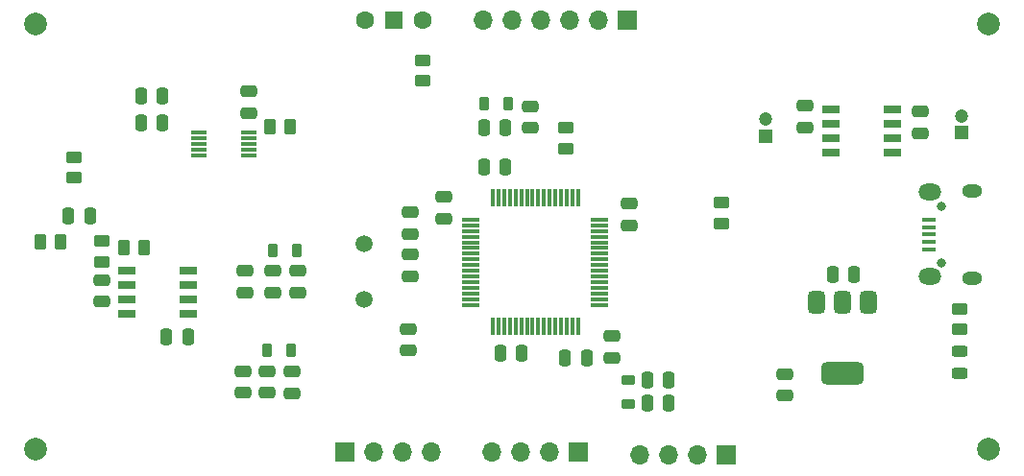
<source format=gbr>
%TF.GenerationSoftware,KiCad,Pcbnew,8.0.0*%
%TF.CreationDate,2024-09-22T18:34:52+02:00*%
%TF.ProjectId,imp_measure,696d705f-6d65-4617-9375-72652e6b6963,rev?*%
%TF.SameCoordinates,Original*%
%TF.FileFunction,Soldermask,Top*%
%TF.FilePolarity,Negative*%
%FSLAX46Y46*%
G04 Gerber Fmt 4.6, Leading zero omitted, Abs format (unit mm)*
G04 Created by KiCad (PCBNEW 8.0.0) date 2024-09-22 18:34:52*
%MOMM*%
%LPD*%
G01*
G04 APERTURE LIST*
G04 Aperture macros list*
%AMRoundRect*
0 Rectangle with rounded corners*
0 $1 Rounding radius*
0 $2 $3 $4 $5 $6 $7 $8 $9 X,Y pos of 4 corners*
0 Add a 4 corners polygon primitive as box body*
4,1,4,$2,$3,$4,$5,$6,$7,$8,$9,$2,$3,0*
0 Add four circle primitives for the rounded corners*
1,1,$1+$1,$2,$3*
1,1,$1+$1,$4,$5*
1,1,$1+$1,$6,$7*
1,1,$1+$1,$8,$9*
0 Add four rect primitives between the rounded corners*
20,1,$1+$1,$2,$3,$4,$5,0*
20,1,$1+$1,$4,$5,$6,$7,0*
20,1,$1+$1,$6,$7,$8,$9,0*
20,1,$1+$1,$8,$9,$2,$3,0*%
G04 Aperture macros list end*
%ADD10RoundRect,0.250000X-0.262500X-0.450000X0.262500X-0.450000X0.262500X0.450000X-0.262500X0.450000X0*%
%ADD11RoundRect,0.250000X-0.450000X0.262500X-0.450000X-0.262500X0.450000X-0.262500X0.450000X0.262500X0*%
%ADD12RoundRect,0.250000X0.262500X0.450000X-0.262500X0.450000X-0.262500X-0.450000X0.262500X-0.450000X0*%
%ADD13RoundRect,0.250000X0.450000X-0.262500X0.450000X0.262500X-0.450000X0.262500X-0.450000X-0.262500X0*%
%ADD14C,1.500000*%
%ADD15R,1.700000X1.700000*%
%ADD16O,1.700000X1.700000*%
%ADD17RoundRect,0.250000X-0.475000X0.250000X-0.475000X-0.250000X0.475000X-0.250000X0.475000X0.250000X0*%
%ADD18O,0.800000X0.800000*%
%ADD19R,1.300000X0.450000*%
%ADD20O,1.800000X1.150000*%
%ADD21O,2.000000X1.450000*%
%ADD22R,1.500000X1.500000*%
%ADD23C,1.600000*%
%ADD24RoundRect,0.250000X-0.250000X-0.475000X0.250000X-0.475000X0.250000X0.475000X-0.250000X0.475000X0*%
%ADD25RoundRect,0.250000X0.250000X0.475000X-0.250000X0.475000X-0.250000X-0.475000X0.250000X-0.475000X0*%
%ADD26R,1.200000X1.200000*%
%ADD27C,1.200000*%
%ADD28RoundRect,0.075000X-0.700000X-0.075000X0.700000X-0.075000X0.700000X0.075000X-0.700000X0.075000X0*%
%ADD29RoundRect,0.075000X-0.075000X-0.700000X0.075000X-0.700000X0.075000X0.700000X-0.075000X0.700000X0*%
%ADD30RoundRect,0.250000X0.475000X-0.250000X0.475000X0.250000X-0.475000X0.250000X-0.475000X-0.250000X0*%
%ADD31C,2.000000*%
%ADD32RoundRect,0.218750X-0.218750X-0.381250X0.218750X-0.381250X0.218750X0.381250X-0.218750X0.381250X0*%
%ADD33RoundRect,0.243750X-0.456250X0.243750X-0.456250X-0.243750X0.456250X-0.243750X0.456250X0.243750X0*%
%ADD34R,1.525000X0.700000*%
%ADD35RoundRect,0.218750X0.381250X-0.218750X0.381250X0.218750X-0.381250X0.218750X-0.381250X-0.218750X0*%
%ADD36RoundRect,0.375000X-0.375000X0.625000X-0.375000X-0.625000X0.375000X-0.625000X0.375000X0.625000X0*%
%ADD37RoundRect,0.500000X-1.400000X0.500000X-1.400000X-0.500000X1.400000X-0.500000X1.400000X0.500000X0*%
%ADD38R,1.400000X0.300000*%
G04 APERTURE END LIST*
D10*
%TO.C,R7*%
X100377500Y-79248000D03*
X102202500Y-79248000D03*
%TD*%
D11*
%TO.C,R5*%
X160400000Y-75787500D03*
X160400000Y-77612500D03*
%TD*%
%TO.C,R2*%
X146685000Y-69191500D03*
X146685000Y-71016500D03*
%TD*%
D12*
%TO.C,R9*%
X122451500Y-69088000D03*
X120626500Y-69088000D03*
%TD*%
D10*
%TO.C,R6*%
X107743500Y-79756000D03*
X109568500Y-79756000D03*
%TD*%
D11*
%TO.C,R3*%
X134100000Y-63200000D03*
X134100000Y-65025000D03*
%TD*%
%TO.C,R8*%
X105862000Y-79167500D03*
X105862000Y-80992500D03*
%TD*%
D13*
%TO.C,R1*%
X181420000Y-86975000D03*
X181420000Y-85150000D03*
%TD*%
D11*
%TO.C,R4*%
X103364000Y-71775000D03*
X103364000Y-73600000D03*
%TD*%
D14*
%TO.C,Y1*%
X128900000Y-79400000D03*
X128900000Y-84280000D03*
%TD*%
D15*
%TO.C,J5*%
X127264000Y-97790000D03*
D16*
X129804000Y-97790000D03*
X132344000Y-97790000D03*
X134884000Y-97790000D03*
%TD*%
D17*
%TO.C,C32*%
X118240000Y-90666500D03*
X118240000Y-92566500D03*
%TD*%
D18*
%TO.C,J2*%
X179820000Y-81100000D03*
X179820000Y-76100000D03*
D19*
X178720000Y-79900000D03*
X178720000Y-79250000D03*
X178720000Y-78600000D03*
X178720000Y-77950000D03*
X178720000Y-77300000D03*
D20*
X182570000Y-82475000D03*
D21*
X178770000Y-82325000D03*
X178770000Y-74875000D03*
D20*
X182570000Y-74725000D03*
%TD*%
D22*
%TO.C,SW1*%
X131560000Y-59700000D03*
D23*
X134100000Y-59700000D03*
X129020000Y-59700000D03*
%TD*%
D17*
%TO.C,C2*%
X166050000Y-90900000D03*
X166050000Y-92800000D03*
%TD*%
D24*
%TO.C,C28*%
X153896857Y-93500000D03*
X155796857Y-93500000D03*
%TD*%
D25*
%TO.C,C11*%
X148544800Y-89447399D03*
X146644800Y-89447399D03*
%TD*%
%TO.C,C9*%
X142850000Y-89100000D03*
X140950000Y-89100000D03*
%TD*%
D17*
%TO.C,C31*%
X120399000Y-90666500D03*
X120399000Y-92566500D03*
%TD*%
D24*
%TO.C,C12*%
X139493400Y-72647399D03*
X141393400Y-72647399D03*
%TD*%
D15*
%TO.C,J4*%
X152100000Y-59700000D03*
D16*
X149560000Y-59700000D03*
X147020000Y-59700000D03*
X144480000Y-59700000D03*
X141940000Y-59700000D03*
X139400000Y-59700000D03*
%TD*%
D26*
%TO.C,C20*%
X181600000Y-69622600D03*
D27*
X181600000Y-68122600D03*
%TD*%
D24*
%TO.C,C6*%
X153896857Y-91437500D03*
X155796857Y-91437500D03*
%TD*%
D28*
%TO.C,U2*%
X138368400Y-77285000D03*
X138368400Y-77785000D03*
X138368400Y-78285000D03*
X138368400Y-78785000D03*
X138368400Y-79285000D03*
X138368400Y-79785000D03*
X138368400Y-80285000D03*
X138368400Y-80785000D03*
X138368400Y-81285000D03*
X138368400Y-81785000D03*
X138368400Y-82285000D03*
X138368400Y-82785000D03*
X138368400Y-83285000D03*
X138368400Y-83785000D03*
X138368400Y-84285000D03*
X138368400Y-84785000D03*
D29*
X140293400Y-86710000D03*
X140793400Y-86710000D03*
X141293400Y-86710000D03*
X141793400Y-86710000D03*
X142293400Y-86710000D03*
X142793400Y-86710000D03*
X143293400Y-86710000D03*
X143793400Y-86710000D03*
X144293400Y-86710000D03*
X144793400Y-86710000D03*
X145293400Y-86710000D03*
X145793400Y-86710000D03*
X146293400Y-86710000D03*
X146793400Y-86710000D03*
X147293400Y-86710000D03*
X147793400Y-86710000D03*
D28*
X149718400Y-84785000D03*
X149718400Y-84285000D03*
X149718400Y-83785000D03*
X149718400Y-83285000D03*
X149718400Y-82785000D03*
X149718400Y-82285000D03*
X149718400Y-81785000D03*
X149718400Y-81285000D03*
X149718400Y-80785000D03*
X149718400Y-80285000D03*
X149718400Y-79785000D03*
X149718400Y-79285000D03*
X149718400Y-78785000D03*
X149718400Y-78285000D03*
X149718400Y-77785000D03*
X149718400Y-77285000D03*
D29*
X147793400Y-75360000D03*
X147293400Y-75360000D03*
X146793400Y-75360000D03*
X146293400Y-75360000D03*
X145793400Y-75360000D03*
X145293400Y-75360000D03*
X144793400Y-75360000D03*
X144293400Y-75360000D03*
X143793400Y-75360000D03*
X143293400Y-75360000D03*
X142793400Y-75360000D03*
X142293400Y-75360000D03*
X141793400Y-75360000D03*
X141293400Y-75360000D03*
X140793400Y-75360000D03*
X140293400Y-75360000D03*
%TD*%
D30*
%TO.C,C7*%
X150749000Y-89469000D03*
X150749000Y-87569000D03*
%TD*%
D24*
%TO.C,C25*%
X111516000Y-87630000D03*
X113416000Y-87630000D03*
%TD*%
D17*
%TO.C,C18*%
X105862000Y-82616000D03*
X105862000Y-84516000D03*
%TD*%
%TO.C,C21*%
X123103000Y-81788000D03*
X123103000Y-83688000D03*
%TD*%
D15*
%TO.C,J3*%
X147808000Y-97790000D03*
D16*
X145268000Y-97790000D03*
X142728000Y-97790000D03*
X140188000Y-97790000D03*
%TD*%
D17*
%TO.C,C22*%
X120904000Y-81793000D03*
X120904000Y-83693000D03*
%TD*%
%TO.C,C23*%
X118404000Y-81793000D03*
X118404000Y-83693000D03*
%TD*%
D25*
%TO.C,C19*%
X104780000Y-76962000D03*
X102880000Y-76962000D03*
%TD*%
D31*
%TO.C,H3*%
X100000000Y-97500000D03*
%TD*%
D32*
%TO.C,FB3*%
X120352500Y-88822500D03*
X122477500Y-88822500D03*
%TD*%
D30*
%TO.C,C16*%
X133000000Y-78550000D03*
X133000000Y-76650000D03*
%TD*%
D33*
%TO.C,D1*%
X181400000Y-88925000D03*
X181400000Y-90800000D03*
%TD*%
D31*
%TO.C,H1*%
X100000000Y-60000000D03*
%TD*%
D34*
%TO.C,IC2*%
X175471000Y-71400000D03*
X175471000Y-70130000D03*
X175471000Y-68860000D03*
X175471000Y-67590000D03*
X170047000Y-67590000D03*
X170047000Y-68860000D03*
X170047000Y-70130000D03*
X170047000Y-71400000D03*
%TD*%
D30*
%TO.C,C26*%
X178000000Y-69650000D03*
X178000000Y-67750000D03*
%TD*%
D35*
%TO.C,FB4*%
X152179857Y-93546500D03*
X152179857Y-91421500D03*
%TD*%
D32*
%TO.C,FB2*%
X120897500Y-80010000D03*
X123022500Y-80010000D03*
%TD*%
D17*
%TO.C,C27*%
X167800000Y-67250000D03*
X167800000Y-69150000D03*
%TD*%
D30*
%TO.C,C10*%
X135994800Y-77197399D03*
X135994800Y-75297399D03*
%TD*%
D36*
%TO.C,U1*%
X173420000Y-84575000D03*
X171120000Y-84575000D03*
D37*
X171120000Y-90875000D03*
D36*
X168820000Y-84575000D03*
%TD*%
D30*
%TO.C,C5*%
X118745000Y-67879000D03*
X118745000Y-65979000D03*
%TD*%
D17*
%TO.C,C15*%
X132842000Y-86934000D03*
X132842000Y-88834000D03*
%TD*%
D24*
%TO.C,C1*%
X170250000Y-82100000D03*
X172150000Y-82100000D03*
%TD*%
D17*
%TO.C,C30*%
X122555000Y-90692000D03*
X122555000Y-92592000D03*
%TD*%
%TO.C,C17*%
X133000000Y-80350000D03*
X133000000Y-82250000D03*
%TD*%
D31*
%TO.C,H4*%
X184000000Y-97500000D03*
%TD*%
%TO.C,H2*%
X184000000Y-60000000D03*
%TD*%
D25*
%TO.C,C4*%
X111200000Y-68707000D03*
X109300000Y-68707000D03*
%TD*%
D15*
%TO.C,J1*%
X160889000Y-98044000D03*
D16*
X158349000Y-98044000D03*
X155809000Y-98044000D03*
X153269000Y-98044000D03*
%TD*%
D38*
%TO.C,IC1*%
X114386000Y-69600000D03*
X114386000Y-70100000D03*
X114386000Y-70600000D03*
X114386000Y-71100000D03*
X114386000Y-71600000D03*
X118786000Y-71600000D03*
X118786000Y-71100000D03*
X118786000Y-70600000D03*
X118786000Y-70100000D03*
X118786000Y-69600000D03*
%TD*%
D32*
%TO.C,FB1*%
X139487500Y-67050000D03*
X141612500Y-67050000D03*
%TD*%
D24*
%TO.C,C13*%
X139500000Y-69150000D03*
X141400000Y-69150000D03*
%TD*%
D25*
%TO.C,C3*%
X111200000Y-66357000D03*
X109300000Y-66357000D03*
%TD*%
D17*
%TO.C,C8*%
X152294800Y-75885000D03*
X152294800Y-77785000D03*
%TD*%
D26*
%TO.C,C24*%
X164300000Y-69900000D03*
D27*
X164300000Y-68400000D03*
%TD*%
D34*
%TO.C,IC4*%
X113476000Y-85605000D03*
X113476000Y-84335000D03*
X113476000Y-83065000D03*
X113476000Y-81795000D03*
X108052000Y-81795000D03*
X108052000Y-83065000D03*
X108052000Y-84335000D03*
X108052000Y-85605000D03*
%TD*%
D17*
%TO.C,C14*%
X143550000Y-67300000D03*
X143550000Y-69200000D03*
%TD*%
M02*

</source>
